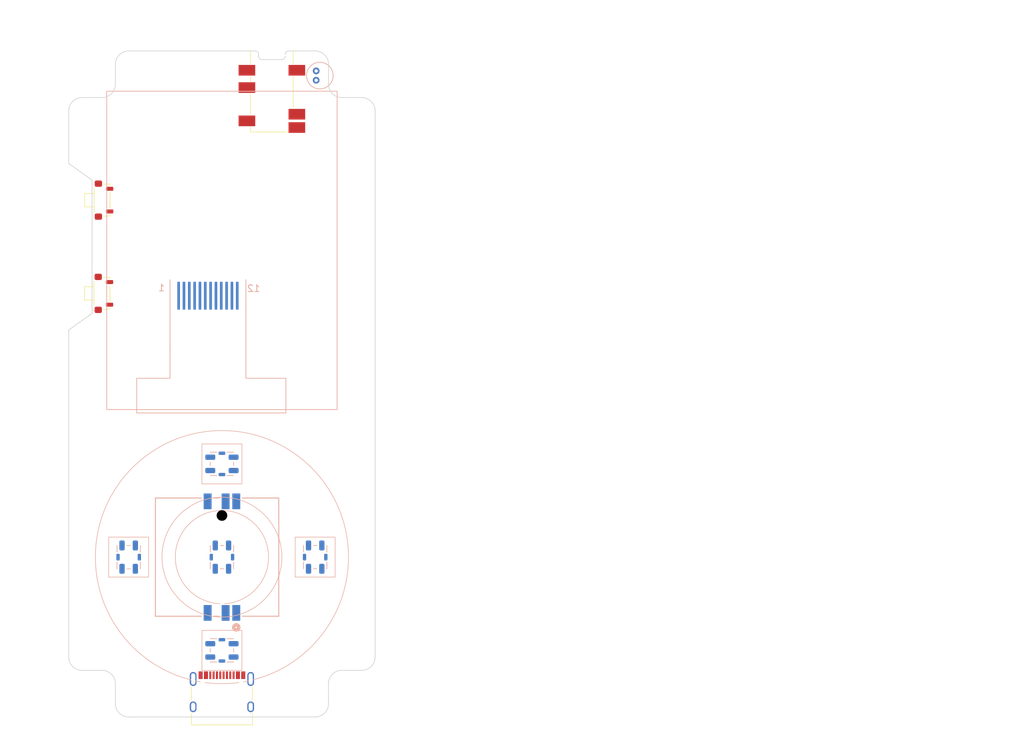
<source format=kicad_pcb>
(kicad_pcb (version 20221018) (generator pcbnew)
  (layers (0 "F.Cu" signal) (31 "B.Cu" signal) (34 "B.Paste" user) (35 "F.Paste" user) (36 "B.SilkS" user "B.Silkscreen") (37 "F.SilkS" user "F.Silkscreen") (38 "B.Mask" user) (39 "F.Mask" user) (44 "Edge.Cuts" user))
  (net 0 "")
  (net 1 "GND")
  (net 2 "+3V3")
  (net 3 "/Codec/M2+")
  (net 4 "/Codec/M2-")
  (net 5 "/Codec/M1+")
  (net 6 "/Codec/M1-")
  (net 7 "Net-(F1-Pad1)")
  (net 8 "Net-(J1-CC1)")
  (net 9 "D+")
  (net 10 "D-")
  (net 12 "Net-(J1-CC2)")
  (net 14 "Net-(J2-PadR1)")
  (net 15 "Net-(J2-PadT)")
  (net 16 "/Codec/HP_Detect")
  (net 17 "IO0")
  (net 18 "Net-(Q7-D)")
  (net 19 "Net-(U8-LEDA)")
  (net 20 "DISPLAY_RESET")
  (net 21 "MOSI_UC")
  (net 22 "Net-(R35-Pad2)")
  (net 23 "BUTTONS")
  (net 24 "Net-(R36-Pad2)")
  (net 25 "Net-(R39-Pad1)")
  (net 26 "Net-(R41-Pad1)")
  (net 27 "Net-(R42-Pad1)")
  (net 28 "ENCODER_2")
  (net 29 "ENCODER_1")
  (net 30 "DISPLAY_DC")
  (net 31 "DISPLAY_CS")
  (net 32 "CLK")
  (footprint "Music:TSA002A3816B04" (layer "F.Cu") (at 111.776958 86.4 90)
    (fp_text reference "SW4" hide)
    (fp_text value "Vol+")
    (fp_line (start -2.4 0.4) (end -2.4 1.4) (stroke (width 0.12)) (layer "F.SilkS"))
    (fp_line (start -2.4 1.4) (end -2.2 1.4) (stroke (width 0.12)) (layer "F.SilkS"))
    (fp_line (start -1.2 1.4) (end -0.2 1.4) (stroke (width 0.12)) (layer "F.SilkS"))
    (fp_line (start -1 -2.4) (end -1 -1) (stroke (width 0.12)) (layer "F.SilkS"))
    (fp_line (start -0.2 1.4) (end -1.2 1.4) (stroke (width 0.12)) (layer "F.SilkS"))
    (fp_line (start -0.2 1.4) (end 1.2 1.4) (stroke (width 0.12)) (layer "F.SilkS"))
    (fp_line (start 0 -2.4) (end -1 -2.4) (stroke (width 0.12)) (layer "F.SilkS"))
    (fp_line (start 0 -2.4) (end 1 -2.4) (stroke (width 0.12)) (layer "F.SilkS"))
    (fp_line (start 1 -2.4) (end 1 -1) (stroke (width 0.12)) (layer "F.SilkS"))
    (fp_line (start 1.8 -1) (end -1.8 -1) (stroke (width 0.12)) (layer "F.SilkS"))
    (fp_line (start 2.2 1.4) (end 2.4 1.4) (stroke (width 0.12)) (layer "F.SilkS"))
    (fp_line (start 2.4 1.4) (end 2.4 0.4) (stroke (width 0.12)) (layer "F.SilkS"))
    (pad "" np_thru_hole circle locked (at -0.85 0 90) (size 0.65 0.65) (drill 0.65) (layers "F&B.Cu" "*.Mask"))
    (pad "" np_thru_hole circle locked (at 0.85 0 90) (size 0.65 0.65) (drill 0.65) (layers "F&B.Cu" "*.Mask"))
    (pad "1" smd roundrect locked (at -1.7 1.35 90) (size 0.6 1.1) (layers "F.Cu" "F.Paste" "F.Mask") (net 24 "Net-(R36-Pad2)"))
    (pad "2" smd roundrect locked (at 1.7 1.35 90) (size 0.6 1.1) (layers "F.Cu" "F.Paste" "F.Mask") (net 2 "+3V3"))
    (pad "S" smd roundrect locked (at -2.475 -0.35 90) (size 0.95 1.1) (layers "F.Cu" "F.Paste" "F.Mask"))
    (pad "S" smd roundrect locked (at 2.475 -0.35 90) (size 0.95 1.1) (layers "F.Cu" "F.Paste" "F.Mask"))
  )
  (footprint "Music:U263-163N-4OS1735" (layer "F.Cu") (at 130 147.4)
    (fp_text reference "J1" hide)
    (fp_text value "USB_C_Receptacle_USB2.0")
    (fp_line (start -4.58 -1.85) (end -4.58 0.07) (stroke (width 0.12)) (layer "F.SilkS"))
    (fp_line (start -4.58 3.785) (end -4.58 2.08) (stroke (width 0.12)) (layer "F.SilkS"))
    (fp_line (start 4.58 0.07) (end 4.58 -1.85) (stroke (width 0.12)) (layer "F.SilkS"))
    (fp_line (start 4.58 2.08) (end 4.58 3.785) (stroke (width 0.12)) (layer "F.SilkS"))
    (fp_line (start 4.58 3.785) (end -4.58 3.785) (stroke (width 0.12)) (layer "F.SilkS"))
    (pad "" np_thru_hole circle locked (at -2.89 -2.605) (size 0.65 0.65) (drill 0.65) (layers "*.Cu" "*.Mask"))
    (pad "" np_thru_hole circle locked (at 2.89 -2.605) (size 0.65 0.65) (drill 0.65) (layers "*.Cu" "*.Mask"))
    (pad "A1" smd rect locked (at -3.35 -3.67) (size 0.3 1.15) (layers "F.Cu" "F.Paste" "F.Mask") (net 1 "GND"))
    (pad "A4" smd rect locked (at -2.55 -3.67) (size 0.3 1.15) (layers "F.Cu" "F.Paste" "F.Mask") (net 7 "Net-(F1-Pad1)"))
    (pad "A5" smd rect locked (at -1.25 -3.67) (size 0.3 1.15) (layers "F.Cu" "F.Paste" "F.Mask") (net 8 "Net-(J1-CC1)"))
    (pad "A6" smd rect locked (at -0.25 -3.67) (size 0.3 1.15) (layers "F.Cu" "F.Paste" "F.Mask") (net 9 "D+"))
    (pad "A7" smd rect locked (at 0.25 -3.67) (size 0.3 1.15) (layers "F.Cu" "F.Paste" "F.Mask") (net 10 "D-"))
    (pad "A8" smd rect locked (at 1.25 -3.67) (size 0.3 1.15) (layers "F.Cu" "F.Paste" "F.Mask"))
    (pad "A9" smd rect locked (at 2.55 -3.67) (size 0.3 1.15) (layers "F.Cu" "F.Paste" "F.Mask") (net 7 "Net-(F1-Pad1)"))
    (pad "A12" smd rect locked (at 3.35 -3.67) (size 0.3 1.15) (layers "F.Cu" "F.Paste" "F.Mask") (net 1 "GND"))
    (pad "B1" smd rect locked (at 3.05 -3.67) (size 0.3 1.15) (layers "F.Cu" "F.Paste" "F.Mask") (net 1 "GND"))
    (pad "B4" smd rect locked (at 2.25 -3.67) (size 0.3 1.15) (layers "F.Cu" "F.Paste" "F.Mask") (net 7 "Net-(F1-Pad1)"))
    (pad "B5" smd rect locked (at 1.75 -3.67) (size 0.3 1.15) (layers "F.Cu" "F.Paste" "F.Mask") (net 12 "Net-(J1-CC2)"))
    (pad "B6" smd rect locked (at 0.75 -3.67) (size 0.3 1.15) (layers "F.Cu" "F.Paste" "F.Mask") (net 9 "D+"))
    (pad "B7" smd rect locked (at -0.75 -3.67) (size 0.3 1.15) (layers "F.Cu" "F.Paste" "F.Mask") (net 10 "D-"))
    (pad "B8" smd rect locked (at -1.75 -3.67) (size 0.3 1.15) (layers "F.Cu" "F.Paste" "F.Mask"))
    (pad "B9" smd rect locked (at -2.25 -3.67) (size 0.3 1.15) (layers "F.Cu" "F.Paste" "F.Mask") (net 7 "Net-(F1-Pad1)"))
    (pad "B12" smd rect locked (at -3.05 -3.67) (size 0.3 1.15) (layers "F.Cu" "F.Paste" "F.Mask") (net 1 "GND"))
    (pad "S1" thru_hole oval locked (at -4.32 -3.105) (size 1 2.1) (drill oval 0.6 1.7) (layers "*.Cu" "*.Mask") (net 1 "GND"))
    (pad "S1" thru_hole oval locked (at -4.32 1.075) (size 1 1.6) (drill oval 0.6 1.2) (layers "*.Cu" "*.Mask") (net 1 "GND"))
    (pad "S1" thru_hole oval locked (at 4.32 -3.105) (size 1 2.1) (drill oval 0.6 1.7) (layers "*.Cu" "*.Mask") (net 1 "GND"))
    (pad "S1" thru_hole oval locked (at 4.32 1.075) (size 1 1.6) (drill oval 0.6 1.2) (layers "*.Cu" "*.Mask") (net 1 "GND"))
  )
  (footprint "Music:TSA002A3816B04" (layer "F.Cu") (at 111.8 72.4 90)
    (fp_text reference "SW3" hide)
    (fp_text value "Vol+")
    (fp_line (start -2.4 0.4) (end -2.4 1.4) (stroke (width 0.12)) (layer "F.SilkS"))
    (fp_line (start -2.4 1.4) (end -2.2 1.4) (stroke (width 0.12)) (layer "F.SilkS"))
    (fp_line (start -1.2 1.4) (end -0.2 1.4) (stroke (width 0.12)) (layer "F.SilkS"))
    (fp_line (start -1 -2.4) (end -1 -1) (stroke (width 0.12)) (layer "F.SilkS"))
    (fp_line (start -0.2 1.4) (end -1.2 1.4) (stroke (width 0.12)) (layer "F.SilkS"))
    (fp_line (start -0.2 1.4) (end 1.2 1.4) (stroke (width 0.12)) (layer "F.SilkS"))
    (fp_line (start 0 -2.4) (end -1 -2.4) (stroke (width 0.12)) (layer "F.SilkS"))
    (fp_line (start 0 -2.4) (end 1 -2.4) (stroke (width 0.12)) (layer "F.SilkS"))
    (fp_line (start 1 -2.4) (end 1 -1) (stroke (width 0.12)) (layer "F.SilkS"))
    (fp_line (start 1.8 -1) (end -1.8 -1) (stroke (width 0.12)) (layer "F.SilkS"))
    (fp_line (start 2.2 1.4) (end 2.4 1.4) (stroke (width 0.12)) (layer "F.SilkS"))
    (fp_line (start 2.4 1.4) (end 2.4 0.4) (stroke (width 0.12)) (layer "F.SilkS"))
    (pad "" np_thru_hole circle locked (at -0.85 0 90) (size 0.65 0.65) (drill 0.65) (layers "F&B.Cu" "*.Mask"))
    (pad "" np_thru_hole circle locked (at 0.85 0 90) (size 0.65 0.65) (drill 0.65) (layers "F&B.Cu" "*.Mask"))
    (pad "1" smd roundrect locked (at -1.7 1.35 90) (size 0.6 1.1) (layers "F.Cu" "F.Paste" "F.Mask") (net 22 "Net-(R35-Pad2)"))
    (pad "2" smd roundrect locked (at 1.7 1.35 90) (size 0.6 1.1) (layers "F.Cu" "F.Paste" "F.Mask") (net 2 "+3V3"))
    (pad "S" smd roundrect locked (at -2.475 -0.35 90) (size 0.95 1.1) (layers "F.Cu" "F.Paste" "F.Mask"))
    (pad "S" smd roundrect locked (at 2.475 -0.35 90) (size 0.95 1.1) (layers "F.Cu" "F.Paste" "F.Mask"))
  )
  (footprint "Music:PJ-316A-6A" (layer "F.Cu") (at 137.5 50)
    (fp_text reference "J2" hide)
    (fp_text value "PJ-316A-6A")
    (fp_line (start -3.2 0) (end -3.2 1.95) (stroke (width 0.12)) (layer "F.SilkS"))
    (fp_line (start -3.2 3.85) (end -3.2 4.55) (stroke (width 0.12)) (layer "F.SilkS"))
    (fp_line (start -3.2 6.45) (end -3.2 9.55) (stroke (width 0.12)) (layer "F.SilkS"))
    (fp_line (start -3.2 12.15) (end -3.2 11.45) (stroke (width 0.12)) (layer "F.SilkS"))
    (fp_line (start 2.3 12.15) (end -3.2 12.15) (stroke (width 0.12)) (layer "F.SilkS"))
    (fp_line (start 3.2 0) (end 3.2 1.95) (stroke (width 0.12)) (layer "F.SilkS"))
    (fp_line (start 3.2 3.85) (end 3.2 8.5) (stroke (width 0.12)) (layer "F.SilkS"))
    (pad "" np_thru_hole circle locked (at 0 10.6) (size 1.4 1.4) (drill 1.4) (layers "F&B.Cu" "*.Mask"))
    (pad "R1" smd trapezoid locked (at -3.75 5.5) (size 2.5 1.6) (layers "F.Cu" "F.Paste" "F.Mask") (net 14 "Net-(J2-PadR1)"))
    (pad "R1N" smd trapezoid locked (at -3.75 10.5) (size 2.5 1.6) (layers "F.Cu" "F.Paste" "F.Mask"))
    (pad "R2" smd trapezoid locked (at 3.75 2.9) (size 2.5 1.6) (layers "F.Cu" "F.Paste" "F.Mask") (net 6 "/Codec/M1-"))
    (pad "S" smd trapezoid locked (at -3.75 2.9) (size 2.5 1.6) (layers "F.Cu" "F.Paste" "F.Mask") (net 5 "/Codec/M1+"))
    (pad "T" smd trapezoid locked (at 3.75 9.5) (size 2.5 1.6) (layers "F.Cu" "F.Paste" "F.Mask") (net 15 "Net-(J2-PadT)"))
    (pad "TN" smd trapezoid locked (at 3.75 11.5) (size 2.5 1.6) (layers "F.Cu" "F.Paste" "F.Mask") (net 16 "/Codec/HP_Detect"))
  )
  (footprint "Music:TS3315A" (layer "B.Cu") (at 144 126 -90)
    (fp_text reference "SW6" hide)
    (fp_text value "RW")
    (fp_line (start -1.75 -0.25) (end -1.75 0.25) (stroke (width 0.12)) (layer "B.SilkS"))
    (fp_line (start -0.75 -1.75) (end -1.75 -1.75) (stroke (width 0.12)) (layer "B.SilkS"))
    (fp_line (start -0.75 1.75) (end -1.75 1.75) (stroke (width 0.12)) (layer "B.SilkS"))
    (fp_line (start 0.75 -1.75) (end 1.75 -1.75) (stroke (width 0.12)) (layer "B.SilkS"))
    (fp_line (start 1.75 -0.25) (end 1.75 0.25) (stroke (width 0.12)) (layer "B.SilkS"))
    (fp_line (start 1.75 1.75) (end 0.75 1.75) (stroke (width 0.12)) (layer "B.SilkS"))
    (pad "1" smd roundrect locked (at -1.75 1 270) (size 1.5 0.8) (layers "B.Cu" "B.Paste" "B.Mask") (net 26 "Net-(R41-Pad1)"))
    (pad "1" smd roundrect locked (at 1.75 1 270) (size 1.5 0.8) (layers "B.Cu" "B.Paste" "B.Mask") (net 26 "Net-(R41-Pad1)"))
    (pad "2" smd roundrect locked (at -1.75 -1 270) (size 1.5 0.8) (layers "B.Cu" "B.Paste" "B.Mask") (net 2 "+3V3"))
    (pad "2" smd roundrect locked (at 1.75 -1 270) (size 1.5 0.8) (layers "B.Cu" "B.Paste" "B.Mask") (net 2 "+3V3"))
    (pad "S" smd roundrect locked (at 0 -1.6 270) (size 1 0.5) (layers "B.Cu" "B.Paste" "B.Mask"))
    (pad "S" smd roundrect locked (at 0 1.6 270) (size 1 0.5) (layers "B.Cu" "B.Paste" "B.Mask"))
  )
  (footprint "Music:GMI4015P-2C-66db" (layer "B.Cu") (at 144.7 53.7 180)
    (fp_text reference "MK1" hide)
    (fp_text value "GMI4015P-2C-66db")
    (fp_circle (center 0 0) (end -2 0) (stroke (width 0.12)) (fill none) (layer "B.SilkS"))
    (pad "1" thru_hole circle locked (at 0.55 0.7 180) (size 1 1) (drill 0.5) (layers "*.Cu" "*.Mask") (net 4 "/Codec/M2-"))
    (pad "2" thru_hole circle locked (at 0.55 -0.7 180) (size 1 1) (drill 0.5) (layers "*.Cu" "*.Mask") (net 3 "/Codec/M2+"))
  )
  (footprint "Music:TFT020-2_same_side" (layer "B.Cu") (at 128.5 81.65 180)
    (fp_text reference "U8" hide)
    (fp_text value "ST7889 2\" LCD")
    (fp_text user "12" (at -7.3 -4.6 unlocked) (layer "B.SilkS") (effects (justify left bottom mirror)))
    (fp_text user "1" (at 7 -4.5 unlocked) (layer "B.SilkS") (effects (justify left bottom mirror)))
    (fp_line (start -11.1 -22.7) (end 11.3 -22.7) (stroke (width 0.12)) (layer "B.SilkS"))
    (fp_line (start -11.1 -22.2) (end -11.1 -22.7) (stroke (width 0.12)) (layer "B.SilkS"))
    (fp_line (start -11.1 -17.5) (end -11.1 -22.2) (stroke (width 0.12)) (layer "B.SilkS"))
    (fp_line (start -5.1 -17.5) (end -11.1 -17.5) (stroke (width 0.12)) (layer "B.SilkS"))
    (fp_line (start -5.1 -13.2) (end -5.1 -17.5) (stroke (width 0.12)) (layer "B.SilkS"))
    (fp_line (start -5.1 -13.2) (end -5.1 -2.7) (stroke (width 0.12)) (layer "B.SilkS"))
    (fp_line (start 6.3 -17.5) (end 11.3 -17.5) (stroke (width 0.12)) (layer "B.SilkS"))
    (fp_line (start 6.3 -13.2) (end 6.3 -17.5) (stroke (width 0.12)) (layer "B.SilkS"))
    (fp_line (start 6.3 -13.2) (end 6.3 -2.7) (stroke (width 0.12)) (layer "B.SilkS"))
    (fp_line (start 11.3 -22.7) (end 11.3 -22.2) (stroke (width 0.12)) (layer "B.SilkS"))
    (fp_line (start 11.3 -17.5) (end 11.3 -22.2) (stroke (width 0.12)) (layer "B.SilkS"))
    (fp_rect (start -18.8 25.6) (end 15.8 -22.2) (stroke (width 0.12)) (fill none) (layer "B.SilkS"))
    (pad "1" smd roundrect locked (at 5 -5.1) (size 0.4 4.2) (layers "B.Cu" "B.Mask") (net 1 "GND"))
    (pad "2" smd roundrect locked (at 4.2 -5.1) (size 0.4 4.2) (layers "B.Cu" "B.Mask") (net 18 "Net-(Q7-D)"))
    (pad "3" smd roundrect locked (at 3.4 -5.1) (size 0.4 4.2) (layers "B.Cu" "B.Mask") (net 19 "Net-(U8-LEDA)"))
    (pad "4" smd roundrect locked (at 2.6 -5.1) (size 0.4 4.2) (layers "B.Cu" "B.Mask") (net 2 "+3V3"))
    (pad "5" smd roundrect locked (at 1.8 -5.1) (size 0.4 4.2) (layers "B.Cu" "B.Mask") (net 1 "GND"))
    (pad "6" smd roundrect locked (at 1 -5.1) (size 0.4 4.2) (layers "B.Cu" "B.Mask") (net 1 "GND"))
    (pad "7" smd roundrect locked (at 0.2 -5.1) (size 0.4 4.2) (layers "B.Cu" "B.Mask") (net 30 "DISPLAY_DC"))
    (pad "8" smd roundrect locked (at -0.6 -5.1) (size 0.4 4.2) (layers "B.Cu" "B.Mask") (net 31 "DISPLAY_CS"))
    (pad "9" smd roundrect locked (at -1.4 -5.1) (size 0.4 4.2) (layers "B.Cu" "B.Mask") (net 32 "CLK"))
    (pad "10" smd roundrect locked (at -2.2 -5.1) (size 0.4 4.2) (layers "B.Cu" "B.Mask") (net 21 "MOSI_UC"))
    (pad "11" smd roundrect locked (at -3 -5.1) (size 0.4 4.2) (layers "B.Cu" "B.Mask") (net 20 "DISPLAY_RESET"))
    (pad "12" smd roundrect locked (at -3.8 -5.1) (size 0.4 4.2) (layers "B.Cu" "B.Mask") (net 1 "GND"))
  )
  (footprint "Music:TS3315A" (layer "B.Cu") (at 130 126 -90)
    (fp_text reference "SW9" hide)
    (fp_text value "Select" hide)
    (fp_line (start -1.75 -0.25) (end -1.75 0.25) (stroke (width 0.12)) (layer "B.SilkS"))
    (fp_line (start -0.75 -1.75) (end -1.75 -1.75) (stroke (width 0.12)) (layer "B.SilkS"))
    (fp_line (start -0.75 1.75) (end -1.75 1.75) (stroke (width 0.12)) (layer "B.SilkS"))
    (fp_line (start 0.75 -1.75) (end 1.75 -1.75) (stroke (width 0.12)) (layer "B.SilkS"))
    (fp_line (start 1.75 -0.25) (end 1.75 0.25) (stroke (width 0.12)) (layer "B.SilkS"))
    (fp_line (start 1.75 1.75) (end 0.75 1.75) (stroke (width 0.12)) (layer "B.SilkS"))
    (pad "1" smd roundrect locked (at -1.75 1 270) (size 1.5 0.8) (layers "B.Cu" "B.Paste" "B.Mask") (net 17 "IO0"))
    (pad "1" smd roundrect locked (at 1.75 1 270) (size 1.5 0.8) (layers "B.Cu" "B.Paste" "B.Mask") (net 17 "IO0"))
    (pad "2" smd roundrect locked (at -1.75 -1 270) (size 1.5 0.8) (layers "B.Cu" "B.Paste" "B.Mask") (net 1 "GND"))
    (pad "2" smd roundrect locked (at 1.75 -1 270) (size 1.5 0.8) (layers "B.Cu" "B.Paste" "B.Mask") (net 1 "GND"))
    (pad "S" smd roundrect locked (at 0 -1.6 270) (size 1 0.5) (layers "B.Cu" "B.Paste" "B.Mask"))
    (pad "S" smd roundrect locked (at 0 1.6 270) (size 1 0.5) (layers "B.Cu" "B.Paste" "B.Mask"))
  )
  (footprint "Music:TS3315A" (layer "B.Cu") (at 130 140 180)
    (fp_text reference "SW5" hide)
    (fp_text value "PP")
    (fp_line (start -1.75 -0.25) (end -1.75 0.25) (stroke (width 0.12)) (layer "B.SilkS"))
    (fp_line (start -0.75 -1.75) (end -1.75 -1.75) (stroke (width 0.12)) (layer "B.SilkS"))
    (fp_line (start -0.75 1.75) (end -1.75 1.75) (stroke (width 0.12)) (layer "B.SilkS"))
    (fp_line (start 0.75 -1.75) (end 1.75 -1.75) (stroke (width 0.12)) (layer "B.SilkS"))
    (fp_line (start 1.75 -0.25) (end 1.75 0.25) (stroke (width 0.12)) (layer "B.SilkS"))
    (fp_line (start 1.75 1.75) (end 0.75 1.75) (stroke (width 0.12)) (layer "B.SilkS"))
    (pad "1" smd roundrect locked (at -1.75 1 180) (size 1.5 0.8) (layers "B.Cu" "B.Paste" "B.Mask") (net 25 "Net-(R39-Pad1)"))
    (pad "1" smd roundrect locked (at 1.75 1 180) (size 1.5 0.8) (layers "B.Cu" "B.Paste" "B.Mask") (net 25 "Net-(R39-Pad1)"))
    (pad "2" smd roundrect locked (at -1.75 -1 180) (size 1.5 0.8) (layers "B.Cu" "B.Paste" "B.Mask") (net 2 "+3V3"))
    (pad "2" smd roundrect locked (at 1.75 -1 180) (size 1.5 0.8) (layers "B.Cu" "B.Paste" "B.Mask") (net 2 "+3V3"))
    (pad "S" smd roundrect locked (at 0 -1.6 180) (size 1 0.5) (layers "B.Cu" "B.Paste" "B.Mask"))
    (pad "S" smd roundrect locked (at 0 1.6 180) (size 1 0.5) (layers "B.Cu" "B.Paste" "B.Mask"))
  )
  (footprint "Music:TS3315A" (layer "B.Cu") (at 116 126 -90)
    (fp_text reference "SW7" hide)
    (fp_text value "FF" hide)
    (fp_line (start -1.75 -0.25) (end -1.75 0.25) (stroke (width 0.12)) (layer "B.SilkS"))
    (fp_line (start -0.75 -1.75) (end -1.75 -1.75) (stroke (width 0.12)) (layer "B.SilkS"))
    (fp_line (start -0.75 1.75) (end -1.75 1.75) (stroke (width 0.12)) (layer "B.SilkS"))
    (fp_line (start 0.75 -1.75) (end 1.75 -1.75) (stroke (width 0.12)) (layer "B.SilkS"))
    (fp_line (start 1.75 -0.25) (end 1.75 0.25) (stroke (width 0.12)) (layer "B.SilkS"))
    (fp_line (start 1.75 1.75) (end 0.75 1.75) (stroke (width 0.12)) (layer "B.SilkS"))
    (pad "1" smd roundrect locked (at -1.75 1 270) (size 1.5 0.8) (layers "B.Cu" "B.Paste" "B.Mask") (net 27 "Net-(R42-Pad1)"))
    (pad "1" smd roundrect locked (at 1.75 1 270) (size 1.5 0.8) (layers "B.Cu" "B.Paste" "B.Mask") (net 27 "Net-(R42-Pad1)"))
    (pad "2" smd roundrect locked (at -1.75 -1 270) (size 1.5 0.8) (layers "B.Cu" "B.Paste" "B.Mask") (net 2 "+3V3"))
    (pad "2" smd roundrect locked (at 1.75 -1 270) (size 1.5 0.8) (layers "B.Cu" "B.Paste" "B.Mask") (net 2 "+3V3"))
    (pad "S" smd roundrect locked (at 0 -1.6 270) (size 1 0.5) (layers "B.Cu" "B.Paste" "B.Mask"))
    (pad "S" smd roundrect locked (at 0 1.6 270) (size 1 0.5) (layers "B.Cu" "B.Paste" "B.Mask"))
  )
  (footprint "Music:SRGP400200_ALPS" (layer "B.Cu") (at 130 126 90)
    (fp_text reference "U22" hide)
    (fp_text value "SRGP400200")
    (fp_line (start -8.8773 -9.98645) (end 8.8773 -9.98645) (stroke (width 0.1524)) (layer "B.SilkS"))
    (fp_line (start -8.8773 -3.076492) (end -8.8773 -9.98645) (stroke (width 0.1524)) (layer "B.SilkS"))
    (fp_line (start -8.8773 -0.376492) (end -8.8773 -1.217212) (stroke (width 0.1524)) (layer "B.SilkS"))
    (fp_line (start -8.8773 8.53015) (end -8.8773 3.08279) (stroke (width 0.1524)) (layer "B.SilkS"))
    (fp_line (start 8.8773 -9.98645) (end 8.8773 -3.076492) (stroke (width 0.1524)) (layer "B.SilkS"))
    (fp_line (start 8.8773 -1.217212) (end 8.8773 -0.376492) (stroke (width 0.1524)) (layer "B.SilkS"))
    (fp_line (start 8.8773 3.08279) (end 8.8773 8.53015) (stroke (width 0.1524)) (layer "B.SilkS"))
    (fp_line (start 8.8773 8.53015) (end -8.8773 8.53015) (stroke (width 0.1524)) (layer "B.SilkS"))
    (fp_circle (center -10.55 2.153149) (end -10.931 2.153149) (stroke (width 0.508)) (fill none) (layer "B.SilkS"))
    (pad "" np_thru_hole circle locked (at -6.25 0.003149 90) (size 1.6002 1.6002) (drill 1.6002) (layers "F&B.Cu" "*.Mask"))
    (pad "" np_thru_hole circle locked (at 6.25 0.003149 90) (size 1.6002 1.6002) (drill 1.6002) (layers))
    (pad "1" smd rect locked (at -8.375002 2.15315 90) (size 2.3622 1.1938) (layers "B.Cu" "B.Paste" "B.Mask") (net 29 "ENCODER_1"))
    (pad "2" smd rect locked (at -8.375002 0.553148 90) (size 2.3622 1.1938) (layers "B.Cu" "B.Paste" "B.Mask") (net 1 "GND"))
    (pad "3" smd rect locked (at -8.375002 -2.146852 90) (size 2.3622 1.1938) (layers "B.Cu" "B.Paste" "B.Mask") (net 28 "ENCODER_2"))
    (pad "4" smd rect locked (at 8.375002 -2.146852 90) (size 2.3622 1.1938) (layers "B.Cu" "B.Paste" "B.Mask") (net 28 "ENCODER_2"))
    (pad "5" smd rect locked (at 8.375002 0.553148 90) (size 2.3622 1.1938) (layers "B.Cu" "B.Paste" "B.Mask") (net 29 "ENCODER_1"))
    (pad "6" smd rect locked (at 8.375002 2.15315 90) (size 2.3622 1.1938) (layers "B.Cu" "B.Paste" "B.Mask") (net 1 "GND"))
  )
  (footprint "Music:TS3315A" (layer "B.Cu") (at 130 112 180)
    (fp_text reference "SW8" hide)
    (fp_text value "HOME" hide)
    (fp_line (start -1.75 -0.25) (end -1.75 0.25) (stroke (width 0.12)) (layer "B.SilkS"))
    (fp_line (start -0.75 -1.75) (end -1.75 -1.75) (stroke (width 0.12)) (layer "B.SilkS"))
    (fp_line (start -0.75 1.75) (end -1.75 1.75) (stroke (width 0.12)) (layer "B.SilkS"))
    (fp_line (start 0.75 -1.75) (end 1.75 -1.75) (stroke (width 0.12)) (layer "B.SilkS"))
    (fp_line (start 1.75 -0.25) (end 1.75 0.25) (stroke (width 0.12)) (layer "B.SilkS"))
    (fp_line (start 1.75 1.75) (end 0.75 1.75) (stroke (width 0.12)) (layer "B.SilkS"))
    (pad "1" smd roundrect locked (at -1.75 1 180) (size 1.5 0.8) (layers "B.Cu" "B.Paste" "B.Mask") (net 23 "BUTTONS"))
    (pad "1" smd roundrect locked (at 1.75 1 180) (size 1.5 0.8) (layers "B.Cu" "B.Paste" "B.Mask") (net 23 "BUTTONS"))
    (pad "2" smd roundrect locked (at -1.75 -1 180) (size 1.5 0.8) (layers "B.Cu" "B.Paste" "B.Mask") (net 2 "+3V3"))
    (pad "2" smd roundrect locked (at 1.75 -1 180) (size 1.5 0.8) (layers "B.Cu" "B.Paste" "B.Mask") (net 2 "+3V3"))
    (pad "S" smd roundrect locked (at 0 -1.6 180) (size 1 0.5) (layers "B.Cu" "B.Paste" "B.Mask"))
    (pad "S" smd roundrect locked (at 0 1.6 180) (size 1 0.5) (layers "B.Cu" "B.Paste" "B.Mask"))
  )
  (gr_circle locked (center 130 126) (end 111 126) (stroke (width 0.1)) (fill none) (layer "B.SilkS"))
  (gr_circle locked (center 130 126) (end 121 126) (stroke (width 0.1)) (fill none) (layer "B.SilkS"))
  (gr_circle locked (center 130 126) (end 123 126) (stroke (width 0.1)) (fill none) (layer "B.SilkS"))
  (gr_rect locked (start 113 123) (end 119 129) (stroke (width 0.1)) (fill none) (layer "B.SilkS"))
  (gr_poly locked (pts (xy 127 137) (xy 126.999999 143.000001) (xy 132.999998 143) (xy 133.000001 137.000001)) (stroke (width 0.1)) (fill none) (layer "B.SilkS"))
  (gr_rect locked (start 127 109) (end 133 115) (stroke (width 0.1)) (fill none) (layer "B.SilkS"))
  (gr_rect locked (start 141 123) (end 147 129) (stroke (width 0.1)) (fill none) (layer "B.SilkS"))
  (gr_line locked (start 145.999998 147.999995) (end 145.999996 144.999996) (stroke (width 0.1)) (layer "Edge.Cuts"))
  (gr_arc locked (start 107 59) (mid 107.585786 57.585786) (end 109 57) (stroke (width 0.1)) (layer "Edge.Cuts"))
  (gr_line locked (start 153 135) (end 153 82.5) (stroke (width 0.1)) (layer "Edge.Cuts"))
  (gr_line locked (start 114 52) (end 114 55) (stroke (width 0.1)) (layer "Edge.Cuts"))
  (gr_line locked (start 132.1 50) (end 116 50) (stroke (width 0.1)) (layer "Edge.Cuts"))
  (gr_line locked (start 112 57) (end 109 57) (stroke (width 0.1)) (layer "Edge.Cuts"))
  (gr_line locked (start 150.999997 56.999999) (end 147.999999 57) (stroke (width 0.1)) (layer "Edge.Cuts"))
  (gr_arc locked (start 139.5 50.8) (mid 139.353553 51.153553) (end 139 51.3) (stroke (width 0.1)) (layer "Edge.Cuts"))
  (gr_arc locked (start 109.000004 142.999997) (mid 107.585788 142.414212) (end 107.000003 140.999996) (stroke (width 0.1)) (layer "Edge.Cuts"))
  (gr_line locked (start 146 54.999999) (end 146 51.999998) (stroke (width 0.1)) (layer "Edge.Cuts"))
  (gr_arc locked (start 147.999999 57) (mid 146.585786 56.414213) (end 146 54.999999) (stroke (width 0.1)) (layer "Edge.Cuts"))
  (gr_line locked (start 107.000003 140.999996) (end 107 127.75) (stroke (width 0.1)) (layer "Edge.Cuts"))
  (gr_arc locked (start 145.999996 144.999996) (mid 146.585783 143.585783) (end 147.999997 142.999998) (stroke (width 0.1)) (layer "Edge.Cuts"))
  (gr_line locked (start 132.1 50) (end 135 50) (stroke (width 0.1)) (layer "Edge.Cuts"))
  (gr_arc locked (start 112.000004 142.999996) (mid 113.414217 143.585783) (end 114.000003 144.999997) (stroke (width 0.1)) (layer "Edge.Cuts"))
  (gr_line locked (start 107 91.9) (end 107 127.75) (stroke (width 0.1)) (layer "Edge.Cuts"))
  (gr_line locked (start 135.5 50.8) (end 135.5 50.5) (stroke (width 0.1)) (layer "Edge.Cuts"))
  (gr_line locked (start 107 91.9) (end 110.5 89.4) (stroke (width 0.1)) (layer "Edge.Cuts"))
  (gr_line locked (start 139 51.3) (end 136 51.3) (stroke (width 0.1)) (layer "Edge.Cuts"))
  (gr_arc locked (start 114 52) (mid 114.585786 50.585786) (end 116 50) (stroke (width 0.1)) (layer "Edge.Cuts"))
  (gr_line locked (start 153 82.5) (end 152.999998 58.999999) (stroke (width 0.1)) (layer "Edge.Cuts"))
  (gr_arc locked (start 145.999998 147.999995) (mid 145.414212 149.414212) (end 143.999996 149.999998) (stroke (width 0.1)) (layer "Edge.Cuts"))
  (gr_arc locked (start 116.000004 149.999996) (mid 114.58579 149.41421) (end 114.000002 147.999996) (stroke (width 0.1)) (layer "Edge.Cuts"))
  (gr_line locked (start 152.999996 140.999996) (end 153 135) (stroke (width 0.1)) (layer "Edge.Cuts"))
  (gr_arc locked (start 135 50) (mid 135.353553 50.146447) (end 135.5 50.5) (stroke (width 0.1)) (layer "Edge.Cuts"))
  (gr_line locked (start 147.999997 142.999998) (end 150.999994 142.999998) (stroke (width 0.1)) (layer "Edge.Cuts"))
  (gr_line locked (start 143.999999 50) (end 140 50) (stroke (width 0.1)) (layer "Edge.Cuts"))
  (gr_arc locked (start 114 55) (mid 113.414214 56.414214) (end 112 57) (stroke (width 0.1)) (layer "Edge.Cuts"))
  (gr_arc locked (start 139.5 50.5) (mid 139.646447 50.146447) (end 140 50) (stroke (width 0.1)) (layer "Edge.Cuts"))
  (gr_line locked (start 110.5 89.4) (end 110.5 69.4) (stroke (width 0.1)) (layer "Edge.Cuts"))
  (gr_line locked (start 109.000004 142.999997) (end 112.000004 142.999996) (stroke (width 0.1)) (layer "Edge.Cuts"))
  (gr_arc locked (start 150.999997 56.999999) (mid 152.414214 57.585783) (end 152.999998 58.999999) (stroke (width 0.1)) (layer "Edge.Cuts"))
  (gr_line locked (start 114.000003 144.999997) (end 114.000002 147.999996) (stroke (width 0.1)) (layer "Edge.Cuts"))
  (gr_arc locked (start 143.999999 50) (mid 145.414212 50.585785) (end 146 51.999998) (stroke (width 0.1)) (layer "Edge.Cuts"))
  (gr_arc locked (start 136 51.3) (mid 135.646447 51.153553) (end 135.5 50.8) (stroke (width 0.1)) (layer "Edge.Cuts"))
  (gr_line locked (start 116.000004 149.999996) (end 143.999996 149.999998) (stroke (width 0.1)) (layer "Edge.Cuts"))
  (gr_arc locked (start 152.999996 140.999996) (mid 152.414209 142.414211) (end 150.999994 142.999998) (stroke (width 0.1)) (layer "Edge.Cuts"))
  (gr_line locked (start 107 66.9) (end 110.5 69.4) (stroke (width 0.1)) (layer "Edge.Cuts"))
  (gr_line locked (start 107 66.9) (end 107 59) (stroke (width 0.1)) (layer "Edge.Cuts"))
)
</source>
